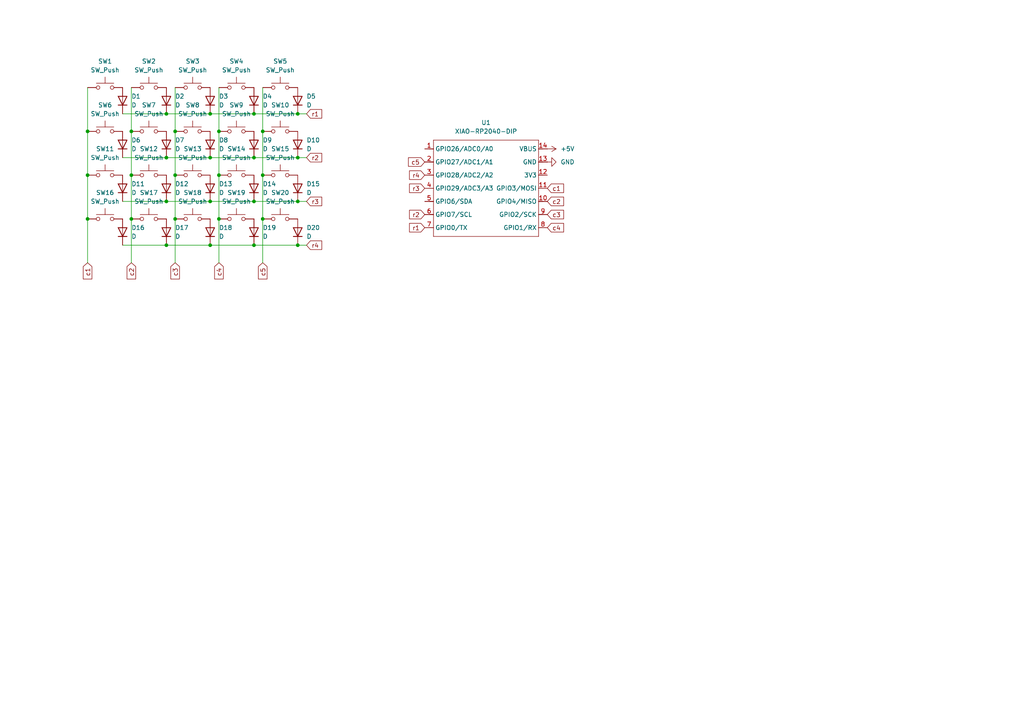
<source format=kicad_sch>
(kicad_sch (version 20250114) (generator "eeschema") (generator_version "9.0")
  (paper "A4")
  (lib_symbols
    (symbol "Device:D" (pin_numbers (hide yes)) (pin_names (offset 1.016) (hide yes))
      (property "Reference" "D" (at 0 2.54 0))
      (property "Value" "D" (at 0 -2.54 0))
      (symbol "D_0_1"
        (polyline (pts (xy -1.27 1.27) (xy -1.27 -1.27)) (stroke (width 0.254)))
        (polyline (pts (xy 1.27 1.27) (xy 1.27 -1.27) (xy -1.27 0) (xy 1.27 1.27)) (stroke (width 0.254)))
        (polyline (pts (xy 1.27 0) (xy -1.27 0)))
      )
      (symbol "D_1_1"
        (pin passive line (at -3.81 0 0) (length 2.54) (name "K") (number "1"))
        (pin passive line (at 3.81 0 180) (length 2.54) (name "A") (number "2"))
      )
    )
    (symbol "Seeed_Studio_XIAO_Series:XIAO-RP2040-DIP"
      (property "Reference" "U" (at 0 0 0))
      (property "Value" "XIAO-RP2040-DIP" (at 5.334 -1.778 0))
      (symbol "XIAO-RP2040-DIP_1_0"
        (polyline (pts (xy -1.27 -2.54) (xy 29.21 -2.54)) (stroke (width 0.1524)))
        (polyline (pts (xy -1.27 -5.08) (xy -2.54 -5.08)) (stroke (width 0.1524)))
        (polyline (pts (xy -1.27 -5.08) (xy -1.27 -2.54)) (stroke (width 0.1524)))
        (polyline (pts (xy -1.27 -8.89) (xy -2.54 -8.89)) (stroke (width 0.1524)))
        (polyline (pts (xy -1.27 -8.89) (xy -1.27 -5.08)) (stroke (width 0.1524)))
        (polyline (pts (xy -1.27 -12.7) (xy -2.54 -12.7)) (stroke (width 0.1524)))
        (polyline (pts (xy -1.27 -12.7) (xy -1.27 -8.89)) (stroke (width 0.1524)))
        (polyline (pts (xy -1.27 -16.51) (xy -2.54 -16.51)) (stroke (width 0.1524)))
        (polyline (pts (xy -1.27 -16.51) (xy -1.27 -12.7)) (stroke (width 0.1524)))
        (polyline (pts (xy -1.27 -20.32) (xy -2.54 -20.32)) (stroke (width 0.1524)))
        (polyline (pts (xy -1.27 -24.13) (xy -2.54 -24.13)) (stroke (width 0.1524)))
        (polyline (pts (xy -1.27 -27.94) (xy -2.54 -27.94)) (stroke (width 0.1524)))
        (polyline (pts (xy -1.27 -30.48) (xy -1.27 -16.51)) (stroke (width 0.1524)))
        (polyline (pts (xy 29.21 -2.54) (xy 29.21 -5.08)) (stroke (width 0.1524)))
        (polyline (pts (xy 29.21 -5.08) (xy 29.21 -8.89)) (stroke (width 0.1524)))
        (polyline (pts (xy 29.21 -8.89) (xy 29.21 -12.7)) (stroke (width 0.1524)))
        (polyline (pts (xy 29.21 -12.7) (xy 29.21 -30.48)) (stroke (width 0.1524)))
        (polyline (pts (xy 29.21 -30.48) (xy -1.27 -30.48)) (stroke (width 0.1524)))
        (polyline (pts (xy 30.48 -5.08) (xy 29.21 -5.08)) (stroke (width 0.1524)))
        (polyline (pts (xy 30.48 -8.89) (xy 29.21 -8.89)) (stroke (width 0.1524)))
        (polyline (pts (xy 30.48 -12.7) (xy 29.21 -12.7)) (stroke (width 0.1524)))
        (polyline (pts (xy 30.48 -16.51) (xy 29.21 -16.51)) (stroke (width 0.1524)))
        (polyline (pts (xy 30.48 -20.32) (xy 29.21 -20.32)) (stroke (width 0.1524)))
        (polyline (pts (xy 30.48 -24.13) (xy 29.21 -24.13)) (stroke (width 0.1524)))
        (polyline (pts (xy 30.48 -27.94) (xy 29.21 -27.94)) (stroke (width 0.1524)))
        (pin passive line (at -3.81 -5.08 0) (length 2.54) (name "GPIO26/ADC0/A0") (number "1"))
        (pin passive line (at -3.81 -8.89 0) (length 2.54) (name "GPIO27/ADC1/A1") (number "2"))
        (pin passive line (at -3.81 -12.7 0) (length 2.54) (name "GPIO28/ADC2/A2") (number "3"))
        (pin passive line (at -3.81 -16.51 0) (length 2.54) (name "GPIO29/ADC3/A3") (number "4"))
        (pin passive line (at -3.81 -20.32 0) (length 2.54) (name "GPIO6/SDA") (number "5"))
        (pin passive line (at -3.81 -24.13 0) (length 2.54) (name "GPIO7/SCL") (number "6"))
        (pin passive line (at -3.81 -27.94 0) (length 2.54) (name "GPIO0/TX") (number "7"))
        (pin passive line (at 31.75 -5.08 180) (length 2.54) (name "VBUS") (number "14"))
        (pin passive line (at 31.75 -8.89 180) (length 2.54) (name "GND") (number "13"))
        (pin passive line (at 31.75 -12.7 180) (length 2.54) (name "3V3") (number "12"))
        (pin passive line (at 31.75 -16.51 180) (length 2.54) (name "GPIO3/MOSI") (number "11"))
        (pin passive line (at 31.75 -20.32 180) (length 2.54) (name "GPIO4/MISO") (number "10"))
        (pin passive line (at 31.75 -24.13 180) (length 2.54) (name "GPIO2/SCK") (number "9"))
        (pin passive line (at 31.75 -27.94 180) (length 2.54) (name "GPIO1/RX") (number "8"))
      )
    )
    (symbol "Switch:SW_Push" (pin_numbers (hide yes)) (pin_names (offset 1.016) (hide yes))
      (property "Reference" "SW" (at 1.27 2.54 0))
      (property "Value" "SW_Push" (at 0 -1.524 0))
      (symbol "SW_Push_0_1"
        (circle (center -2.032 0) (radius 0.508))
        (polyline (pts (xy 0 1.27) (xy 0 3.048)))
        (circle (center 2.032 0) (radius 0.508))
        (polyline (pts (xy 2.54 1.27) (xy -2.54 1.27)))
        (pin passive line (at -5.08 0 0) (length 2.54) (name "1") (number "1"))
        (pin passive line (at 5.08 0 180) (length 2.54) (name "2") (number "2"))
      )
    )
    (symbol "power:+5V" (power) (pin_numbers (hide yes)) (pin_names (offset 0) (hide yes))
      (property "Value" "+5V" (at 0 3.556 0))
      (symbol "+5V_0_1"
        (polyline (pts (xy -0.762 1.27) (xy 0 2.54)))
        (polyline (pts (xy 0 2.54) (xy 0.762 1.27)))
        (polyline (pts (xy 0 0) (xy 0 2.54)))
      )
      (symbol "+5V_1_1"
        (pin power_in line (at 0 0 90) (length 0) (name "~") (number "1"))
      )
    )
    (symbol "power:GND" (power) (pin_numbers (hide yes)) (pin_names (offset 0) (hide yes))
      (property "Value" "GND" (at 0 -3.81 0))
      (symbol "GND_0_1"
        (polyline (pts (xy 0 0) (xy 0 -1.27) (xy 1.27 -1.27) (xy 0 -2.54) (xy -1.27 -1.27) (xy 0 -1.27)))
      )
      (symbol "GND_1_1"
        (pin power_in line (at 0 0 270) (length 0) (name "~") (number "1"))
      )
    )
  )
  (junction (at 60.96 58.42))
  (junction (at 38.1 38.1))
  (junction (at 86.36 58.42))
  (junction (at 25.4 38.1))
  (junction (at 48.26 58.42))
  (junction (at 38.1 50.8))
  (junction (at 48.26 71.12))
  (junction (at 50.8 63.5))
  (junction (at 73.66 45.72))
  (junction (at 60.96 33.02))
  (junction (at 25.4 63.5))
  (junction (at 73.66 33.02))
  (junction (at 76.2 63.5))
  (junction (at 60.96 45.72))
  (junction (at 86.36 45.72))
  (junction (at 48.26 45.72))
  (junction (at 63.5 38.1))
  (junction (at 38.1 63.5))
  (junction (at 48.26 33.02))
  (junction (at 76.2 38.1))
  (junction (at 73.66 71.12))
  (junction (at 63.5 50.8))
  (junction (at 73.66 58.42))
  (junction (at 60.96 71.12))
  (junction (at 25.4 50.8))
  (junction (at 63.5 63.5))
  (junction (at 76.2 50.8))
  (junction (at 50.8 38.1))
  (junction (at 50.8 50.8))
  (junction (at 86.36 71.12))
  (junction (at 86.36 33.02))
  (wire (pts (xy 63.5 25.4) (xy 63.5 38.1)))
  (wire (pts (xy 35.56 58.42) (xy 48.26 58.42)))
  (wire (pts (xy 25.4 38.1) (xy 25.4 50.8)))
  (wire (pts (xy 86.36 45.72) (xy 88.9 45.72)))
  (wire (pts (xy 76.2 63.5) (xy 76.2 76.2)))
  (wire (pts (xy 48.26 33.02) (xy 60.96 33.02)))
  (wire (pts (xy 25.4 25.4) (xy 25.4 38.1)))
  (wire (pts (xy 50.8 38.1) (xy 50.8 50.8)))
  (wire (pts (xy 86.36 71.12) (xy 88.9 71.12)))
  (wire (pts (xy 73.66 45.72) (xy 86.36 45.72)))
  (wire (pts (xy 76.2 50.8) (xy 76.2 63.5)))
  (wire (pts (xy 35.56 45.72) (xy 48.26 45.72)))
  (wire (pts (xy 86.36 33.02) (xy 88.9 33.02)))
  (wire (pts (xy 50.8 25.4) (xy 50.8 38.1)))
  (wire (pts (xy 35.56 71.12) (xy 48.26 71.12)))
  (wire (pts (xy 60.96 45.72) (xy 73.66 45.72)))
  (wire (pts (xy 60.96 58.42) (xy 73.66 58.42)))
  (wire (pts (xy 60.96 33.02) (xy 73.66 33.02)))
  (wire (pts (xy 25.4 50.8) (xy 25.4 63.5)))
  (wire (pts (xy 50.8 50.8) (xy 50.8 63.5)))
  (wire (pts (xy 73.66 58.42) (xy 86.36 58.42)))
  (wire (pts (xy 73.66 71.12) (xy 86.36 71.12)))
  (wire (pts (xy 63.5 50.8) (xy 63.5 63.5)))
  (wire (pts (xy 48.26 71.12) (xy 60.96 71.12)))
  (wire (pts (xy 73.66 33.02) (xy 86.36 33.02)))
  (wire (pts (xy 38.1 38.1) (xy 38.1 50.8)))
  (wire (pts (xy 60.96 71.12) (xy 73.66 71.12)))
  (wire (pts (xy 76.2 25.4) (xy 76.2 38.1)))
  (wire (pts (xy 38.1 63.5) (xy 38.1 76.2)))
  (wire (pts (xy 76.2 38.1) (xy 76.2 50.8)))
  (wire (pts (xy 63.5 38.1) (xy 63.5 50.8)))
  (wire (pts (xy 48.26 58.42) (xy 60.96 58.42)))
  (wire (pts (xy 38.1 50.8) (xy 38.1 63.5)))
  (wire (pts (xy 25.4 63.5) (xy 25.4 76.2)))
  (wire (pts (xy 48.26 45.72) (xy 60.96 45.72)))
  (wire (pts (xy 50.8 63.5) (xy 50.8 76.2)))
  (wire (pts (xy 35.56 33.02) (xy 48.26 33.02)))
  (wire (pts (xy 86.36 58.42) (xy 88.9 58.42)))
  (wire (pts (xy 63.5 63.5) (xy 63.5 76.2)))
  (wire (pts (xy 38.1 25.4) (xy 38.1 38.1)))
  (global_label "c2" (shape input) (at 38.1 76.2 270) (property "Intersheetrefs" "${INTERSHEET_REFS}" (effects (hide yes))))
  (global_label "c1" (shape input) (at 25.4 76.2 270) (property "Intersheetrefs" "${INTERSHEET_REFS}" (effects (hide yes))))
  (global_label "r1" (shape input) (at 123.19 66.04 180) (property "Intersheetrefs" "${INTERSHEET_REFS}" (effects (hide yes))))
  (global_label "r4" (shape input) (at 88.9 71.12 0) (property "Intersheetrefs" "${INTERSHEET_REFS}" (effects (hide yes))))
  (global_label "c4" (shape input) (at 158.75 66.04 0) (property "Intersheetrefs" "${INTERSHEET_REFS}" (effects (hide yes))))
  (global_label "c4" (shape input) (at 63.5 76.2 270) (property "Intersheetrefs" "${INTERSHEET_REFS}" (effects (hide yes))))
  (global_label "r4" (shape input) (at 123.19 50.8 180) (property "Intersheetrefs" "${INTERSHEET_REFS}" (effects (hide yes))))
  (global_label "r2" (shape input) (at 88.9 45.72 0) (property "Intersheetrefs" "${INTERSHEET_REFS}" (effects (hide yes))))
  (global_label "r2" (shape input) (at 123.19 62.23 180) (property "Intersheetrefs" "${INTERSHEET_REFS}" (effects (hide yes))))
  (global_label "c5" (shape input) (at 123.19 46.99 180) (property "Intersheetrefs" "${INTERSHEET_REFS}" (effects (hide yes))))
  (global_label "c3" (shape input) (at 158.75 62.23 0) (property "Intersheetrefs" "${INTERSHEET_REFS}" (effects (hide yes))))
  (global_label "r1" (shape input) (at 88.9 33.02 0) (property "Intersheetrefs" "${INTERSHEET_REFS}" (effects (hide yes))))
  (global_label "c1" (shape input) (at 158.75 54.61 0) (property "Intersheetrefs" "${INTERSHEET_REFS}" (effects (hide yes))))
  (global_label "r3" (shape input) (at 123.19 54.61 180) (property "Intersheetrefs" "${INTERSHEET_REFS}" (effects (hide yes))))
  (global_label "c3" (shape input) (at 50.8 76.2 270) (property "Intersheetrefs" "${INTERSHEET_REFS}" (effects (hide yes))))
  (global_label "r3" (shape input) (at 88.9 58.42 0) (property "Intersheetrefs" "${INTERSHEET_REFS}" (effects (hide yes))))
  (global_label "c5" (shape input) (at 76.2 76.2 270) (property "Intersheetrefs" "${INTERSHEET_REFS}" (effects (hide yes))))
  (global_label "c2" (shape input) (at 158.75 58.42 0) (property "Intersheetrefs" "${INTERSHEET_REFS}" (effects (hide yes))))
  (symbol (lib_id "Switch:SW_Push") (at 30.48 38.1 0) (unit 1)
    (property "Reference" "SW6" (at 30.48 30.48 0))
    (property "Value" "SW_Push" (at 30.48 33.02 0))
    (property "Footprint" "ScottoKeebs_MX:MX_PCB_1.00u" (effects (hide yes)))
    (property "Description" "Push button switch, generic, two pins" (effects (hide yes)))
  )
  (symbol (lib_id "Switch:SW_Push") (at 30.48 50.8 0) (unit 1)
    (property "Reference" "SW11" (at 30.48 43.18 0))
    (property "Value" "SW_Push" (at 30.48 45.72 0))
    (property "Footprint" "ScottoKeebs_MX:MX_PCB_1.00u" (effects (hide yes)))
    (property "Description" "Push button switch, generic, two pins" (effects (hide yes)))
  )
  (symbol (lib_id "Switch:SW_Push") (at 55.88 50.8 0) (unit 1)
    (property "Reference" "SW13" (at 55.88 43.18 0))
    (property "Value" "SW_Push" (at 55.88 45.72 0))
    (property "Footprint" "ScottoKeebs_MX:MX_PCB_1.00u" (effects (hide yes)))
    (property "Description" "Push button switch, generic, two pins" (effects (hide yes)))
  )
  (symbol (lib_id "Device:D") (at 35.56 41.91 90) (unit 1)
    (property "Reference" "D6" (at 38.1 40.6399 90) (effects (justify right)))
    (property "Value" "D" (at 38.1 43.1799 90) (effects (justify right)))
    (property "Footprint" "Diode_THT:D_DO-35_SOD27_P7.62mm_Horizontal" (effects (hide yes)))
    (property "Description" "Diode" (effects (hide yes)))
    (property "Sim.Device" "D" (effects (hide yes)))
    (property "Sim.Pins" "1=K 2=A" (effects (hide yes)))
  )
  (symbol (lib_id "Switch:SW_Push") (at 30.48 25.4 0) (unit 1)
    (property "Reference" "SW1" (at 30.48 17.78 0))
    (property "Value" "SW_Push" (at 30.48 20.32 0))
    (property "Footprint" "ScottoKeebs_MX:MX_PCB_1.00u" (effects (hide yes)))
    (property "Description" "Push button switch, generic, two pins" (effects (hide yes)))
  )
  (symbol (lib_id "Switch:SW_Push") (at 55.88 63.5 0) (unit 1)
    (property "Reference" "SW18" (at 55.88 55.88 0))
    (property "Value" "SW_Push" (at 55.88 58.42 0))
    (property "Footprint" "ScottoKeebs_MX:MX_PCB_1.00u" (effects (hide yes)))
    (property "Description" "Push button switch, generic, two pins" (effects (hide yes)))
  )
  (symbol (lib_id "Switch:SW_Push") (at 43.18 25.4 0) (unit 1)
    (property "Reference" "SW2" (at 43.18 17.78 0))
    (property "Value" "SW_Push" (at 43.18 20.32 0))
    (property "Footprint" "ScottoKeebs_MX:MX_PCB_1.00u" (effects (hide yes)))
    (property "Description" "Push button switch, generic, two pins" (effects (hide yes)))
  )
  (symbol (lib_id "Device:D") (at 73.66 41.91 90) (unit 1)
    (property "Reference" "D9" (at 76.2 40.6399 90) (effects (justify right)))
    (property "Value" "D" (at 76.2 43.1799 90) (effects (justify right)))
    (property "Footprint" "Diode_THT:D_DO-35_SOD27_P7.62mm_Horizontal" (effects (hide yes)))
    (property "Description" "Diode" (effects (hide yes)))
    (property "Sim.Device" "D" (effects (hide yes)))
    (property "Sim.Pins" "1=K 2=A" (effects (hide yes)))
  )
  (symbol (lib_id "Switch:SW_Push") (at 43.18 63.5 0) (unit 1)
    (property "Reference" "SW17" (at 43.18 55.88 0))
    (property "Value" "SW_Push" (at 43.18 58.42 0))
    (property "Footprint" "ScottoKeebs_MX:MX_PCB_1.00u" (effects (hide yes)))
    (property "Description" "Push button switch, generic, two pins" (effects (hide yes)))
  )
  (symbol (lib_id "Switch:SW_Push") (at 68.58 63.5 0) (unit 1)
    (property "Reference" "SW19" (at 68.58 55.88 0))
    (property "Value" "SW_Push" (at 68.58 58.42 0))
    (property "Footprint" "ScottoKeebs_MX:MX_PCB_1.00u" (effects (hide yes)))
    (property "Description" "Push button switch, generic, two pins" (effects (hide yes)))
  )
  (symbol (lib_id "Device:D") (at 35.56 54.61 90) (unit 1)
    (property "Reference" "D11" (at 38.1 53.3399 90) (effects (justify right)))
    (property "Value" "D" (at 38.1 55.8799 90) (effects (justify right)))
    (property "Footprint" "Diode_THT:D_DO-35_SOD27_P7.62mm_Horizontal" (effects (hide yes)))
    (property "Description" "Diode" (effects (hide yes)))
    (property "Sim.Device" "D" (effects (hide yes)))
    (property "Sim.Pins" "1=K 2=A" (effects (hide yes)))
  )
  (symbol (lib_id "Device:D") (at 86.36 29.21 90) (unit 1)
    (property "Reference" "D5" (at 88.9 27.9399 90) (effects (justify right)))
    (property "Value" "D" (at 88.9 30.4799 90) (effects (justify right)))
    (property "Footprint" "Diode_THT:D_DO-35_SOD27_P7.62mm_Horizontal" (effects (hide yes)))
    (property "Description" "Diode" (effects (hide yes)))
    (property "Sim.Device" "D" (effects (hide yes)))
    (property "Sim.Pins" "1=K 2=A" (effects (hide yes)))
  )
  (symbol (lib_id "Switch:SW_Push") (at 81.28 63.5 0) (unit 1)
    (property "Reference" "SW20" (at 81.28 55.88 0))
    (property "Value" "SW_Push" (at 81.28 58.42 0))
    (property "Footprint" "ScottoKeebs_MX:MX_PCB_1.00u" (effects (hide yes)))
    (property "Description" "Push button switch, generic, two pins" (effects (hide yes)))
  )
  (symbol (lib_id "Switch:SW_Push") (at 68.58 50.8 0) (unit 1)
    (property "Reference" "SW14" (at 68.58 43.18 0))
    (property "Value" "SW_Push" (at 68.58 45.72 0))
    (property "Footprint" "ScottoKeebs_MX:MX_PCB_1.00u" (effects (hide yes)))
    (property "Description" "Push button switch, generic, two pins" (effects (hide yes)))
  )
  (symbol (lib_id "Device:D") (at 48.26 54.61 90) (unit 1)
    (property "Reference" "D12" (at 50.8 53.3399 90) (effects (justify right)))
    (property "Value" "D" (at 50.8 55.8799 90) (effects (justify right)))
    (property "Footprint" "Diode_THT:D_DO-35_SOD27_P7.62mm_Horizontal" (effects (hide yes)))
    (property "Description" "Diode" (effects (hide yes)))
    (property "Sim.Device" "D" (effects (hide yes)))
    (property "Sim.Pins" "1=K 2=A" (effects (hide yes)))
  )
  (symbol (lib_id "Switch:SW_Push") (at 30.48 63.5 0) (unit 1)
    (property "Reference" "SW16" (at 30.48 55.88 0))
    (property "Value" "SW_Push" (at 30.48 58.42 0))
    (property "Footprint" "ScottoKeebs_MX:MX_PCB_1.00u" (effects (hide yes)))
    (property "Description" "Push button switch, generic, two pins" (effects (hide yes)))
  )
  (symbol (lib_id "Device:D") (at 73.66 29.21 90) (unit 1)
    (property "Reference" "D4" (at 76.2 27.9399 90) (effects (justify right)))
    (property "Value" "D" (at 76.2 30.4799 90) (effects (justify right)))
    (property "Footprint" "Diode_THT:D_DO-35_SOD27_P7.62mm_Horizontal" (effects (hide yes)))
    (property "Description" "Diode" (effects (hide yes)))
    (property "Sim.Device" "D" (effects (hide yes)))
    (property "Sim.Pins" "1=K 2=A" (effects (hide yes)))
  )
  (symbol (lib_id "Switch:SW_Push") (at 81.28 25.4 0) (unit 1)
    (property "Reference" "SW5" (at 81.28 17.78 0))
    (property "Value" "SW_Push" (at 81.28 20.32 0))
    (property "Footprint" "ScottoKeebs_MX:MX_PCB_1.00u" (effects (hide yes)))
    (property "Description" "Push button switch, generic, two pins" (effects (hide yes)))
  )
  (symbol (lib_id "Device:D") (at 48.26 67.31 90) (unit 1)
    (property "Reference" "D17" (at 50.8 66.0399 90) (effects (justify right)))
    (property "Value" "D" (at 50.8 68.5799 90) (effects (justify right)))
    (property "Footprint" "Diode_THT:D_DO-35_SOD27_P7.62mm_Horizontal" (effects (hide yes)))
    (property "Description" "Diode" (effects (hide yes)))
    (property "Sim.Device" "D" (effects (hide yes)))
    (property "Sim.Pins" "1=K 2=A" (effects (hide yes)))
  )
  (symbol (lib_id "Device:D") (at 86.36 67.31 90) (unit 1)
    (property "Reference" "D20" (at 88.9 66.0399 90) (effects (justify right)))
    (property "Value" "D" (at 88.9 68.5799 90) (effects (justify right)))
    (property "Footprint" "Diode_THT:D_DO-35_SOD27_P7.62mm_Horizontal" (effects (hide yes)))
    (property "Description" "Diode" (effects (hide yes)))
    (property "Sim.Device" "D" (effects (hide yes)))
    (property "Sim.Pins" "1=K 2=A" (effects (hide yes)))
  )
  (symbol (lib_id "Switch:SW_Push") (at 43.18 38.1 0) (unit 1)
    (property "Reference" "SW7" (at 43.18 30.48 0))
    (property "Value" "SW_Push" (at 43.18 33.02 0))
    (property "Footprint" "ScottoKeebs_MX:MX_PCB_1.00u" (effects (hide yes)))
    (property "Description" "Push button switch, generic, two pins" (effects (hide yes)))
  )
  (symbol (lib_id "Device:D") (at 73.66 54.61 90) (unit 1)
    (property "Reference" "D14" (at 76.2 53.3399 90) (effects (justify right)))
    (property "Value" "D" (at 76.2 55.8799 90) (effects (justify right)))
    (property "Footprint" "Diode_THT:D_DO-35_SOD27_P7.62mm_Horizontal" (effects (hide yes)))
    (property "Description" "Diode" (effects (hide yes)))
    (property "Sim.Device" "D" (effects (hide yes)))
    (property "Sim.Pins" "1=K 2=A" (effects (hide yes)))
  )
  (symbol (lib_id "power:GND") (at 158.75 46.99 90) (unit 1)
    (property "Reference" "#PWR04" (effects (hide yes)))
    (property "Value" "GND" (at 162.56 46.9899 90) (effects (justify right)))
    (property "Description" "Power symbol creates a global label with name \"GND\" , ground" (effects (hide yes)))
  )
  (symbol (lib_id "Switch:SW_Push") (at 81.28 50.8 0) (unit 1)
    (property "Reference" "SW15" (at 81.28 43.18 0))
    (property "Value" "SW_Push" (at 81.28 45.72 0))
    (property "Footprint" "ScottoKeebs_MX:MX_PCB_1.00u" (effects (hide yes)))
    (property "Description" "Push button switch, generic, two pins" (effects (hide yes)))
  )
  (symbol (lib_id "Switch:SW_Push") (at 68.58 25.4 0) (unit 1)
    (property "Reference" "SW4" (at 68.58 17.78 0))
    (property "Value" "SW_Push" (at 68.58 20.32 0))
    (property "Footprint" "ScottoKeebs_MX:MX_PCB_1.00u" (effects (hide yes)))
    (property "Description" "Push button switch, generic, two pins" (effects (hide yes)))
  )
  (symbol (lib_id "power:+5V") (at 158.75 43.18 270) (unit 1)
    (property "Reference" "#PWR03" (effects (hide yes)))
    (property "Value" "+5V" (at 162.56 43.1799 90) (effects (justify left)))
    (property "Description" "Power symbol creates a global label with name \"+5V\"" (effects (hide yes)))
  )
  (symbol (lib_id "Switch:SW_Push") (at 43.18 50.8 0) (unit 1)
    (property "Reference" "SW12" (at 43.18 43.18 0))
    (property "Value" "SW_Push" (at 43.18 45.72 0))
    (property "Footprint" "ScottoKeebs_MX:MX_PCB_1.00u" (effects (hide yes)))
    (property "Description" "Push button switch, generic, two pins" (effects (hide yes)))
  )
  (symbol (lib_id "Device:D") (at 48.26 29.21 90) (unit 1)
    (property "Reference" "D2" (at 50.8 27.9399 90) (effects (justify right)))
    (property "Value" "D" (at 50.8 30.4799 90) (effects (justify right)))
    (property "Footprint" "Diode_THT:D_DO-35_SOD27_P7.62mm_Horizontal" (effects (hide yes)))
    (property "Description" "Diode" (effects (hide yes)))
    (property "Sim.Device" "D" (effects (hide yes)))
    (property "Sim.Pins" "1=K 2=A" (effects (hide yes)))
  )
  (symbol (lib_id "Device:D") (at 73.66 67.31 90) (unit 1)
    (property "Reference" "D19" (at 76.2 66.0399 90) (effects (justify right)))
    (property "Value" "D" (at 76.2 68.5799 90) (effects (justify right)))
    (property "Footprint" "Diode_THT:D_DO-35_SOD27_P7.62mm_Horizontal" (effects (hide yes)))
    (property "Description" "Diode" (effects (hide yes)))
    (property "Sim.Device" "D" (effects (hide yes)))
    (property "Sim.Pins" "1=K 2=A" (effects (hide yes)))
  )
  (symbol (lib_id "Switch:SW_Push") (at 55.88 25.4 0) (unit 1)
    (property "Reference" "SW3" (at 55.88 17.78 0))
    (property "Value" "SW_Push" (at 55.88 20.32 0))
    (property "Footprint" "ScottoKeebs_MX:MX_PCB_1.00u" (effects (hide yes)))
    (property "Description" "Push button switch, generic, two pins" (effects (hide yes)))
  )
  (symbol (lib_id "Seeed_Studio_XIAO_Series:XIAO-RP2040-DIP") (at 127 38.1 0) (unit 1)
    (property "Reference" "U1" (at 140.97 35.56 0))
    (property "Value" "XIAO-RP2040-DIP" (at 140.97 38.1 0))
    (property "Footprint" "Seeed Studio XIAO Series Library:XIAO-RP2040-DIP" (effects (hide yes)))
  )
  (symbol (lib_id "Device:D") (at 60.96 54.61 90) (unit 1)
    (property "Reference" "D13" (at 63.5 53.3399 90) (effects (justify right)))
    (property "Value" "D" (at 63.5 55.8799 90) (effects (justify right)))
    (property "Footprint" "Diode_THT:D_DO-35_SOD27_P7.62mm_Horizontal" (effects (hide yes)))
    (property "Description" "Diode" (effects (hide yes)))
    (property "Sim.Device" "D" (effects (hide yes)))
    (property "Sim.Pins" "1=K 2=A" (effects (hide yes)))
  )
  (symbol (lib_id "Device:D") (at 48.26 41.91 90) (unit 1)
    (property "Reference" "D7" (at 50.8 40.6399 90) (effects (justify right)))
    (property "Value" "D" (at 50.8 43.1799 90) (effects (justify right)))
    (property "Footprint" "Diode_THT:D_DO-35_SOD27_P7.62mm_Horizontal" (effects (hide yes)))
    (property "Description" "Diode" (effects (hide yes)))
    (property "Sim.Device" "D" (effects (hide yes)))
    (property "Sim.Pins" "1=K 2=A" (effects (hide yes)))
  )
  (symbol (lib_id "Switch:SW_Push") (at 81.28 38.1 0) (unit 1)
    (property "Reference" "SW10" (at 81.28 30.48 0))
    (property "Value" "SW_Push" (at 81.28 33.02 0))
    (property "Footprint" "ScottoKeebs_MX:MX_PCB_1.00u" (effects (hide yes)))
    (property "Description" "Push button switch, generic, two pins" (effects (hide yes)))
  )
  (symbol (lib_id "Device:D") (at 86.36 54.61 90) (unit 1)
    (property "Reference" "D15" (at 88.9 53.3399 90) (effects (justify right)))
    (property "Value" "D" (at 88.9 55.8799 90) (effects (justify right)))
    (property "Footprint" "Diode_THT:D_DO-35_SOD27_P7.62mm_Horizontal" (effects (hide yes)))
    (property "Description" "Diode" (effects (hide yes)))
    (property "Sim.Device" "D" (effects (hide yes)))
    (property "Sim.Pins" "1=K 2=A" (effects (hide yes)))
  )
  (symbol (lib_id "Device:D") (at 86.36 41.91 90) (unit 1)
    (property "Reference" "D10" (at 88.9 40.6399 90) (effects (justify right)))
    (property "Value" "D" (at 88.9 43.1799 90) (effects (justify right)))
    (property "Footprint" "Diode_THT:D_DO-35_SOD27_P7.62mm_Horizontal" (effects (hide yes)))
    (property "Description" "Diode" (effects (hide yes)))
    (property "Sim.Device" "D" (effects (hide yes)))
    (property "Sim.Pins" "1=K 2=A" (effects (hide yes)))
  )
  (symbol (lib_id "Device:D") (at 35.56 29.21 90) (unit 1)
    (property "Reference" "D1" (at 38.1 27.9399 90) (effects (justify right)))
    (property "Value" "D" (at 38.1 30.4799 90) (effects (justify right)))
    (property "Footprint" "Diode_THT:D_DO-35_SOD27_P7.62mm_Horizontal" (effects (hide yes)))
    (property "Description" "Diode" (effects (hide yes)))
    (property "Sim.Device" "D" (effects (hide yes)))
    (property "Sim.Pins" "1=K 2=A" (effects (hide yes)))
  )
  (symbol (lib_id "Switch:SW_Push") (at 68.58 38.1 0) (unit 1)
    (property "Reference" "SW9" (at 68.58 30.48 0))
    (property "Value" "SW_Push" (at 68.58 33.02 0))
    (property "Footprint" "ScottoKeebs_MX:MX_PCB_1.00u" (effects (hide yes)))
    (property "Description" "Push button switch, generic, two pins" (effects (hide yes)))
  )
  (symbol (lib_id "Device:D") (at 60.96 29.21 90) (unit 1)
    (property "Reference" "D3" (at 63.5 27.9399 90) (effects (justify right)))
    (property "Value" "D" (at 63.5 30.4799 90) (effects (justify right)))
    (property "Footprint" "Diode_THT:D_DO-35_SOD27_P7.62mm_Horizontal" (effects (hide yes)))
    (property "Description" "Diode" (effects (hide yes)))
    (property "Sim.Device" "D" (effects (hide yes)))
    (property "Sim.Pins" "1=K 2=A" (effects (hide yes)))
  )
  (symbol (lib_id "Device:D") (at 60.96 67.31 90) (unit 1)
    (property "Reference" "D18" (at 63.5 66.0399 90) (effects (justify right)))
    (property "Value" "D" (at 63.5 68.5799 90) (effects (justify right)))
    (property "Footprint" "Diode_THT:D_DO-35_SOD27_P7.62mm_Horizontal" (effects (hide yes)))
    (property "Description" "Diode" (effects (hide yes)))
    (property "Sim.Device" "D" (effects (hide yes)))
    (property "Sim.Pins" "1=K 2=A" (effects (hide yes)))
  )
  (symbol (lib_id "Switch:SW_Push") (at 55.88 38.1 0) (unit 1)
    (property "Reference" "SW8" (at 55.88 30.48 0))
    (property "Value" "SW_Push" (at 55.88 33.02 0))
    (property "Footprint" "ScottoKeebs_MX:MX_PCB_1.00u" (effects (hide yes)))
    (property "Description" "Push button switch, generic, two pins" (effects (hide yes)))
  )
  (symbol (lib_id "Device:D") (at 35.56 67.31 90) (unit 1)
    (property "Reference" "D16" (at 38.1 66.0399 90) (effects (justify right)))
    (property "Value" "D" (at 38.1 68.5799 90) (effects (justify right)))
    (property "Footprint" "Diode_THT:D_DO-35_SOD27_P7.62mm_Horizontal" (effects (hide yes)))
    (property "Description" "Diode" (effects (hide yes)))
    (property "Sim.Device" "D" (effects (hide yes)))
    (property "Sim.Pins" "1=K 2=A" (effects (hide yes)))
  )
  (symbol (lib_id "Device:D") (at 60.96 41.91 90) (unit 1)
    (property "Reference" "D8" (at 63.5 40.6399 90) (effects (justify right)))
    (property "Value" "D" (at 63.5 43.1799 90) (effects (justify right)))
    (property "Footprint" "Diode_THT:D_DO-35_SOD27_P7.62mm_Horizontal" (effects (hide yes)))
    (property "Description" "Diode" (effects (hide yes)))
    (property "Sim.Device" "D" (effects (hide yes)))
    (property "Sim.Pins" "1=K 2=A" (effects (hide yes)))
  )
)
</source>
